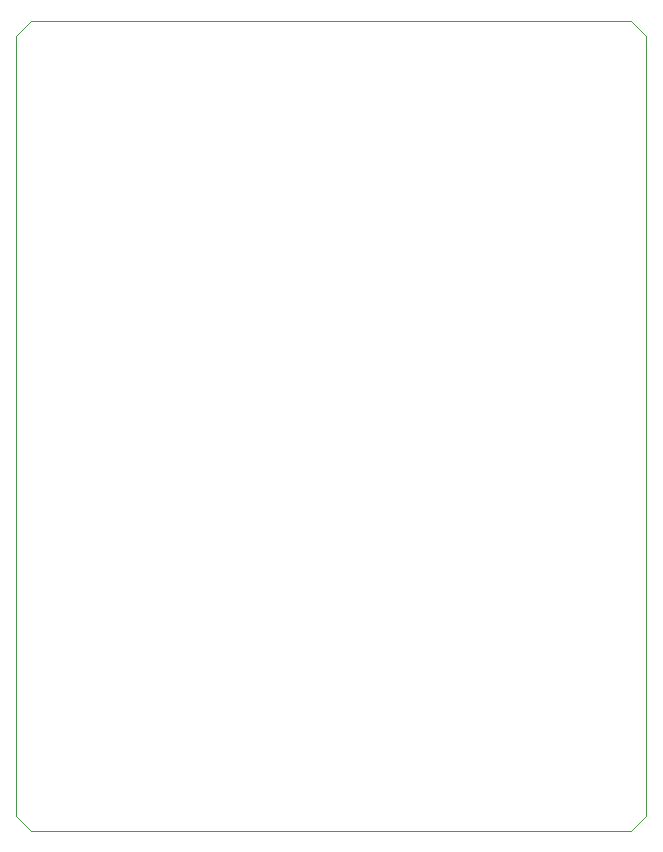
<source format=gbr>
%TF.GenerationSoftware,KiCad,Pcbnew,(6.0.0)*%
%TF.CreationDate,2025-05-03T01:33:45+03:00*%
%TF.ProjectId,board-eng,626f6172-642d-4656-9e67-2e6b69636164,rev?*%
%TF.SameCoordinates,Original*%
%TF.FileFunction,Profile,NP*%
%FSLAX46Y46*%
G04 Gerber Fmt 4.6, Leading zero omitted, Abs format (unit mm)*
G04 Created by KiCad (PCBNEW (6.0.0)) date 2025-05-03 01:33:45*
%MOMM*%
%LPD*%
G01*
G04 APERTURE LIST*
%TA.AperFunction,Profile*%
%ADD10C,0.100000*%
%TD*%
G04 APERTURE END LIST*
D10*
X171450000Y-162560000D02*
X172720000Y-161290000D01*
X120650000Y-162560000D02*
X171450000Y-162560000D01*
X119380000Y-161290000D02*
X120650000Y-162560000D01*
X119380000Y-95250000D02*
X119380000Y-161290000D01*
X120650000Y-93980000D02*
X119380000Y-95250000D01*
X171450000Y-93980000D02*
X120650000Y-93980000D01*
X172720000Y-95250000D02*
X171450000Y-93980000D01*
X172720000Y-161290000D02*
X172720000Y-95250000D01*
M02*

</source>
